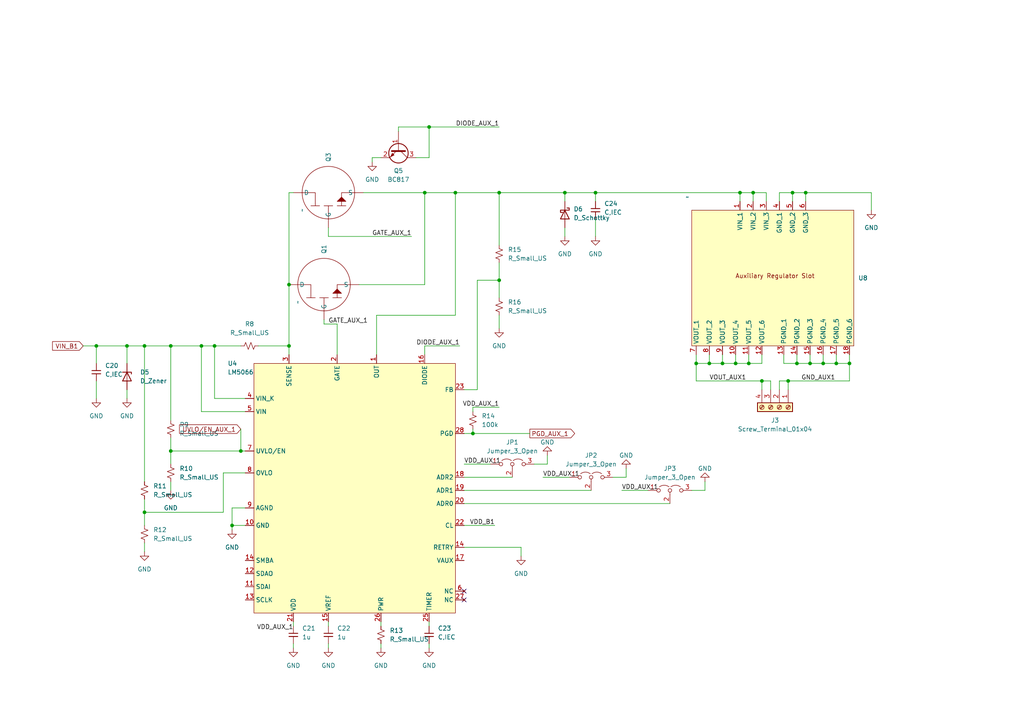
<source format=kicad_sch>
(kicad_sch (version 20230121) (generator eeschema)
  (paper "A4")
  (lib_symbols
    (symbol "Connector:Screw_Terminal_01x04" (pin_names (offset 1.016) hide)
      (property "Reference" "J" (at 0 5.08 0))
      (property "Value" "Screw_Terminal_01x04" (at 0 -7.62 0))
      (symbol "Screw_Terminal_01x04_1_1"
        (rectangle (start -1.27 3.81) (end 1.27 -6.35) (stroke (width 0.254)) (fill (type background)))
        (circle (center 0 -5.08) (radius 0.635) (stroke (width 0.1524)))
        (circle (center 0 -2.54) (radius 0.635) (stroke (width 0.1524)))
        (polyline (pts (xy -0.5334 -4.7498) (xy 0.3302 -5.588)) (stroke (width 0.1524)))
        (polyline (pts (xy -0.5334 -2.2098) (xy 0.3302 -3.048)) (stroke (width 0.1524)))
        (polyline (pts (xy -0.5334 0.3302) (xy 0.3302 -0.508)) (stroke (width 0.1524)))
        (polyline (pts (xy -0.5334 2.8702) (xy 0.3302 2.032)) (stroke (width 0.1524)))
        (polyline (pts (xy -0.3556 -4.572) (xy 0.508 -5.4102)) (stroke (width 0.1524)))
        (polyline (pts (xy -0.3556 -2.032) (xy 0.508 -2.8702)) (stroke (width 0.1524)))
        (polyline (pts (xy -0.3556 0.508) (xy 0.508 -0.3302)) (stroke (width 0.1524)))
        (polyline (pts (xy -0.3556 3.048) (xy 0.508 2.2098)) (stroke (width 0.1524)))
        (circle (center 0 0) (radius 0.635) (stroke (width 0.1524)))
        (circle (center 0 2.54) (radius 0.635) (stroke (width 0.1524)))
        (pin passive line (at -5.08 2.54 0) (length 3.81) (name "Pin_1") (number "1"))
        (pin passive line (at -5.08 0 0) (length 3.81) (name "Pin_2") (number "2"))
        (pin passive line (at -5.08 -2.54 0) (length 3.81) (name "Pin_3") (number "3"))
        (pin passive line (at -5.08 -5.08 0) (length 3.81) (name "Pin_4") (number "4"))
      )
    )
    (symbol "Device:D_Schottky" (pin_numbers hide) (pin_names (offset 1.016) hide)
      (property "Reference" "D" (at 0 2.54 0))
      (property "Value" "D_Schottky" (at 0 -2.54 0))
      (symbol "D_Schottky_0_1"
        (polyline (pts (xy 1.27 0) (xy -1.27 0)))
        (polyline (pts (xy 1.27 1.27) (xy 1.27 -1.27) (xy -1.27 0) (xy 1.27 1.27)) (stroke (width 0.254)))
        (polyline (pts (xy -1.905 0.635) (xy -1.905 1.27) (xy -1.27 1.27) (xy -1.27 -1.27) (xy -0.635 -1.27) (xy -0.635 -0.635)) (stroke (width 0.254)))
      )
      (symbol "D_Schottky_1_1"
        (pin passive line (at -3.81 0 0) (length 2.54) (name "K") (number "1"))
        (pin passive line (at 3.81 0 180) (length 2.54) (name "A") (number "2"))
      )
    )
    (symbol "Device:D_Zener" (pin_numbers hide) (pin_names (offset 1.016) hide)
      (property "Reference" "D" (at 0 2.54 0))
      (property "Value" "D_Zener" (at 0 -2.54 0))
      (symbol "D_Zener_0_1"
        (polyline (pts (xy 1.27 0) (xy -1.27 0)))
        (polyline (pts (xy -1.27 -1.27) (xy -1.27 1.27) (xy -0.762 1.27)) (stroke (width 0.254)))
        (polyline (pts (xy 1.27 -1.27) (xy 1.27 1.27) (xy -1.27 0) (xy 1.27 -1.27)) (stroke (width 0.254)))
      )
      (symbol "D_Zener_1_1"
        (pin passive line (at -3.81 0 0) (length 2.54) (name "K") (number "1"))
        (pin passive line (at 3.81 0 180) (length 2.54) (name "A") (number "2"))
      )
    )
    (symbol "Device:R_Small_US" (pin_numbers hide) (pin_names (offset 0.254) hide)
      (property "Reference" "R" (at 0.762 0.508 0))
      (property "Value" "R_Small_US" (at 0.762 -1.016 0))
      (symbol "R_Small_US_1_1"
        (polyline (pts (xy 0 0) (xy 1.016 -0.381) (xy 0 -0.762) (xy -1.016 -1.143) (xy 0 -1.524)))
        (polyline (pts (xy 0 1.524) (xy 1.016 1.143) (xy 0 0.762) (xy -1.016 0.381) (xy 0 0)))
        (pin passive line (at 0 2.54 270) (length 1.016) (name "~") (number "1"))
        (pin passive line (at 0 -2.54 90) (length 1.016) (name "~") (number "2"))
      )
    )
    (symbol "Jumper:Jumper_3_Open" (pin_names (offset 0) hide)
      (property "Reference" "JP" (at -2.54 -2.54 0))
      (property "Value" "Jumper_3_Open" (at 0 2.794 0))
      (symbol "Jumper_3_Open_0_0"
        (circle (center -3.302 0) (radius 0.508))
        (circle (center 0 0) (radius 0.508))
        (circle (center 3.302 0) (radius 0.508))
      )
      (symbol "Jumper_3_Open_0_1"
        (arc (start -0.254 1.016) (mid -1.651 1.4992) (end -3.048 1.016))
        (polyline (pts (xy 0 -0.508) (xy 0 -1.27)))
        (arc (start 3.048 1.016) (mid 1.651 1.4992) (end 0.254 1.016))
      )
      (symbol "Jumper_3_Open_1_1"
        (pin passive line (at -6.35 0 0) (length 2.54) (name "A") (number "1"))
        (pin passive line (at 0 -3.81 90) (length 2.54) (name "C") (number "2"))
        (pin passive line (at 6.35 0 180) (length 2.54) (name "B") (number "3"))
      )
    )
    (symbol "Nexperia:GAN3R2-100CBEAZ"
      (property "Reference" "Q1" (at 16.51 -7.62 0))
      (property "Value" "~" (at 2.54 0 0))
      (symbol "GAN3R2-100CBEAZ_0_1"
        (polyline (pts (xy 3.81 -10.16) (xy 3.81 -12.7)))
        (polyline (pts (xy 3.81 -7.62) (xy 0 -7.62)))
        (polyline (pts (xy 3.81 -6.35) (xy 3.81 -8.89)))
        (polyline (pts (xy 3.81 -2.54) (xy 3.81 -5.08)))
        (polyline (pts (xy 3.81 -11.43) (xy 7.62 -11.43) (xy 7.62 -15.24)))
        (polyline (pts (xy 3.81 -3.81) (xy 7.62 -3.81) (xy 7.62 0)))
        (circle (center 7.62 -7.62) (radius 7.62))
      )
      (symbol "GAN3R2-100CBEAZ_1_1"
        (polyline (pts (xy 6.35 -11.43) (xy 5.08 -10.16) (xy 5.08 -12.7) (xy 6.35 -11.43)) (fill (type outline)))
        (pin power_in line (at 7.62 2.54 270) (length 2.54) (name "D") (number ""))
        (pin input line (at -2.54 -7.62 0) (length 2.54) (name "G") (number ""))
        (pin power_out line (at 7.62 -17.78 90) (length 2.54) (name "S") (number ""))
      )
    )
    (symbol "PCM_Generic-50:C,IEC" (pin_numbers hide) (pin_names (offset 0) hide)
      (property "Reference" "C" (at 1.27 1.27 0))
      (property "Value" "C,IEC" (at 1.27 -1.27 0))
      (property "Indicator" "+" (at -1.27 1.27 0))
      (symbol "C,IEC_1_1"
        (polyline (pts (xy -1.27 -0.4572) (xy 1.27 -0.4572)) (stroke (width 0.254)))
        (polyline (pts (xy -1.27 0.4572) (xy 1.27 0.4572)) (stroke (width 0.254)))
        (pin passive line (at 0 2.54 270) (length 2.0828) (name "+") (number "1"))
        (pin passive line (at 0 -2.54 90) (length 2.0828) (name "-") (number "2"))
      )
    )
    (symbol "TI.Library:LM5066"
      (property "Reference" "U" (at 0 1.27 0))
      (property "Value" "LM5066" (at 3.81 -77.47 0))
      (symbol "LM5066_1_1"
        (rectangle (start 0 -2.54) (end 58.42 -74.93) (fill (type background)))
        (pin power_out line (at 35.56 0 270) (length 2.54) (name "OUT") (number "1"))
        (pin power_in line (at -2.54 -49.53 0) (length 2.54) (name "GND") (number "10"))
        (pin input line (at -2.54 -67.31 0) (length 2.54) (name "SDAI") (number "11"))
        (pin output line (at -2.54 -63.5 0) (length 2.54) (name "SDAO") (number "12"))
        (pin bidirectional line (at -2.54 -71.12 0) (length 2.54) (name "SCLK") (number "13"))
        (pin tri_state line (at 60.96 -55.88 180) (length 2.54) (name "RETRY") (number "14"))
        (pin output line (at -2.54 -59.69 0) (length 2.54) (name "SMBA") (number "14"))
        (pin input line (at 21.59 -77.47 90) (length 2.54) (name "VREF") (number "15"))
        (pin output line (at 49.53 0 270) (length 2.54) (name "DIODE") (number "16"))
        (pin power_in line (at 60.96 -59.69 180) (length 2.54) (name "VAUX") (number "17"))
        (pin tri_state line (at 60.96 -35.56 180) (length 2.54) (name "ADR2") (number "18"))
        (pin tri_state line (at 60.96 -39.37 180) (length 2.54) (name "ADR1") (number "19"))
        (pin output line (at 24.13 0 270) (length 2.54) (name "GATE") (number "2"))
        (pin tri_state line (at 60.96 -43.18 180) (length 2.54) (name "ADR0") (number "20"))
        (pin output line (at 11.43 -77.47 90) (length 2.54) (name "VDD") (number "21"))
        (pin input line (at 60.96 -49.53 180) (length 2.54) (name "CL") (number "22"))
        (pin input line (at 60.96 -10.16 180) (length 2.54) (name "FB") (number "23"))
        (pin unspecified line (at 50.8 -77.47 90) (length 2.54) (name "TIMER") (number "25"))
        (pin input line (at 36.83 -77.47 90) (length 2.54) (name "PWR") (number "26"))
        (pin no_connect line (at 60.96 -71.12 180) (length 2.54) (name "NC") (number "27"))
        (pin output line (at 60.96 -22.86 180) (length 2.54) (name "PGD") (number "28"))
        (pin input line (at 10.16 0 270) (length 2.54) (name "SENSE") (number "3"))
        (pin power_in line (at -2.54 -12.7 0) (length 2.54) (name "VIN_K") (number "4"))
        (pin power_in line (at -2.54 -16.51 0) (length 2.54) (name "VIN") (number "5"))
        (pin no_connect line (at 60.96 -68.58 180) (length 2.54) (name "NC") (number "6"))
        (pin input line (at -2.54 -27.94 0) (length 2.54) (name "UVLO/EN") (number "7"))
        (pin input line (at -2.54 -34.29 0) (length 2.54) (name "OVLO") (number "8"))
        (pin power_in line (at -2.54 -44.45 0) (length 2.54) (name "AGND") (number "9"))
      )
    )
    (symbol "Transistor_BJT:BC817" (pin_names (offset 0) hide)
      (property "Reference" "Q" (at 5.08 1.905 0))
      (property "Value" "BC817" (at 5.08 0 0))
      (symbol "BC817_0_1"
        (polyline (pts (xy 0.635 0.635) (xy 2.54 2.54)))
        (polyline (pts (xy 0.635 -0.635) (xy 2.54 -2.54) (xy 2.54 -2.54)))
        (polyline (pts (xy 0.635 1.905) (xy 0.635 -1.905) (xy 0.635 -1.905)) (stroke (width 0.508)))
        (polyline (pts (xy 1.27 -1.778) (xy 1.778 -1.27) (xy 2.286 -2.286) (xy 1.27 -1.778) (xy 1.27 -1.778)) (fill (type outline)))
        (circle (center 1.27 0) (radius 2.8194) (stroke (width 0.254)))
      )
      (symbol "BC817_1_1"
        (pin input line (at -5.08 0 0) (length 5.715) (name "B") (number "1"))
        (pin passive line (at 2.54 -5.08 90) (length 2.54) (name "E") (number "2"))
        (pin passive line (at 2.54 5.08 270) (length 2.54) (name "C") (number "3"))
      )
    )
    (symbol "power:GND" (power) (pin_names (offset 0))
      (property "Value" "GND" (at 0 -3.81 0))
      (symbol "GND_0_1"
        (polyline (pts (xy 0 0) (xy 0 -1.27) (xy 1.27 -1.27) (xy 0 -2.54) (xy -1.27 -1.27) (xy 0 -1.27)))
      )
      (symbol "GND_1_1"
        (pin power_in line (at 0 0 270) (length 0) hide (name "GND") (number "1"))
      )
    )
    (symbol "regulator_slot:6_IN_12_OUT"
      (property "Reference" "U" (at 0 0 0))
      (symbol "6_IN_12_OUT_1_1"
        (rectangle (start 1.27 -3.81) (end 48.26 -43.18) (fill (type background)))
        (text "Auxiliary Regulator Slot" (at 25.4 -22.86 0) (effects (font (size 1.27 1.27))))
        (pin power_in line (at 15.24 -1.27 270) (length 2.54) (name "VIN_1") (number "1"))
        (pin power_out line (at 13.97 -45.72 90) (length 2.54) (name "VOUT_4") (number "10"))
        (pin power_out line (at 17.78 -45.72 90) (length 2.54) (name "VOUT_5") (number "11"))
        (pin power_out line (at 21.59 -45.72 90) (length 2.54) (name "VOUT_6") (number "12"))
        (pin power_out line (at 27.94 -45.72 90) (length 2.54) (name "PGND_1") (number "13"))
        (pin power_out line (at 31.75 -45.72 90) (length 2.54) (name "PGND_2") (number "14"))
        (pin power_out line (at 35.56 -45.72 90) (length 2.54) (name "PGND_3") (number "15"))
        (pin power_out line (at 39.37 -45.72 90) (length 2.54) (name "PGND_4") (number "16"))
        (pin power_out line (at 43.18 -45.72 90) (length 2.54) (name "PGND_5") (number "17"))
        (pin power_out line (at 46.99 -45.72 90) (length 2.54) (name "PGND_6") (number "18"))
        (pin power_in line (at 19.05 -1.27 270) (length 2.54) (name "VIN_2") (number "2"))
        (pin power_in line (at 22.86 -1.27 270) (length 2.54) (name "VIN_3") (number "3"))
        (pin power_in line (at 26.67 -1.27 270) (length 2.54) (name "GND_1") (number "4"))
        (pin power_in line (at 30.48 -1.27 270) (length 2.54) (name "GND_2") (number "5"))
        (pin power_in line (at 34.29 -1.27 270) (length 2.54) (name "GND_3") (number "6"))
        (pin power_out line (at 2.54 -45.72 90) (length 2.54) (name "VOUT_1") (number "7"))
        (pin power_out line (at 6.35 -45.72 90) (length 2.54) (name "VOUT_2") (number "8"))
        (pin power_out line (at 10.16 -45.72 90) (length 2.54) (name "VOUT_3") (number "9"))
      )
    )
  )
  (junction (at 228.6 110.49))
  (junction (at 62.23 100.33))
  (junction (at 41.91 148.59))
  (junction (at 132.08 55.88))
  (junction (at 234.95 105.41))
  (junction (at 205.74 105.41))
  (junction (at 172.72 55.88))
  (junction (at 36.83 100.33))
  (junction (at 163.83 55.88))
  (junction (at 217.17 105.41))
  (junction (at 67.31 152.4))
  (junction (at 201.93 105.41))
  (junction (at 229.87 55.88))
  (junction (at 209.55 105.41))
  (junction (at 144.78 81.28))
  (junction (at 242.57 105.41))
  (junction (at 83.82 100.33))
  (junction (at 231.14 105.41))
  (junction (at 213.36 105.41))
  (junction (at 41.91 100.33))
  (junction (at 58.42 100.33))
  (junction (at 69.85 130.81))
  (junction (at 137.16 125.73))
  (junction (at 220.98 110.49))
  (junction (at 214.63 55.88))
  (junction (at 49.53 100.33))
  (junction (at 233.68 55.88))
  (junction (at 83.82 82.55))
  (junction (at 238.76 105.41))
  (junction (at 246.38 105.41))
  (junction (at 27.94 100.33))
  (junction (at 49.53 130.81))
  (junction (at 218.44 55.88))
  (junction (at 144.78 55.88))
  (junction (at 124.46 36.83))
  (junction (at 123.19 55.88))
  (no_connect (at 134.62 171.45))
  (no_connect (at 134.62 173.99))
  (wire (pts (xy 134.62 134.62) (xy 142.24 134.62)))
  (wire (pts (xy 138.43 113.03) (xy 138.43 81.28)))
  (wire (pts (xy 238.76 105.41) (xy 242.57 105.41)))
  (wire (pts (xy 132.08 91.44) (xy 132.08 55.88)))
  (wire (pts (xy 49.53 130.81) (xy 69.85 130.81)))
  (wire (pts (xy 132.08 55.88) (xy 144.78 55.88)))
  (wire (pts (xy 134.62 146.05) (xy 194.31 146.05)))
  (wire (pts (xy 69.85 100.33) (xy 62.23 100.33)))
  (wire (pts (xy 115.57 38.1) (xy 115.57 36.83)))
  (wire (pts (xy 200.66 142.24) (xy 204.47 142.24)))
  (wire (pts (xy 229.87 55.88) (xy 233.68 55.88)))
  (wire (pts (xy 134.62 158.75) (xy 151.13 158.75)))
  (wire (pts (xy 233.68 55.88) (xy 233.68 58.42)))
  (wire (pts (xy 93.98 93.98) (xy 97.79 93.98)))
  (wire (pts (xy 217.17 105.41) (xy 213.36 105.41)))
  (wire (pts (xy 110.49 180.34) (xy 110.49 181.61)))
  (wire (pts (xy 62.23 100.33) (xy 62.23 115.57)))
  (wire (pts (xy 123.19 55.88) (xy 132.08 55.88)))
  (wire (pts (xy 144.78 81.28) (xy 144.78 86.36)))
  (wire (pts (xy 201.93 110.49) (xy 220.98 110.49)))
  (wire (pts (xy 214.63 55.88) (xy 214.63 58.42)))
  (wire (pts (xy 36.83 100.33) (xy 36.83 105.41)))
  (wire (pts (xy 74.93 100.33) (xy 83.82 100.33)))
  (wire (pts (xy 105.41 55.88) (xy 123.19 55.88)))
  (wire (pts (xy 144.78 55.88) (xy 144.78 71.12)))
  (wire (pts (xy 49.53 130.81) (xy 49.53 134.62)))
  (wire (pts (xy 124.46 45.72) (xy 124.46 36.83)))
  (wire (pts (xy 227.33 105.41) (xy 231.14 105.41)))
  (wire (pts (xy 233.68 55.88) (xy 252.73 55.88)))
  (wire (pts (xy 205.74 102.87) (xy 205.74 105.41)))
  (wire (pts (xy 41.91 157.48) (xy 41.91 160.02)))
  (wire (pts (xy 246.38 105.41) (xy 246.38 110.49)))
  (wire (pts (xy 252.73 55.88) (xy 252.73 60.96)))
  (wire (pts (xy 67.31 147.32) (xy 67.31 152.4)))
  (wire (pts (xy 124.46 186.69) (xy 124.46 187.96)))
  (wire (pts (xy 144.78 76.2) (xy 144.78 81.28)))
  (wire (pts (xy 163.83 55.88) (xy 172.72 55.88)))
  (wire (pts (xy 246.38 105.41) (xy 246.38 102.87)))
  (wire (pts (xy 217.17 102.87) (xy 217.17 105.41)))
  (wire (pts (xy 226.06 58.42) (xy 226.06 55.88)))
  (wire (pts (xy 229.87 55.88) (xy 229.87 58.42)))
  (wire (pts (xy 158.75 132.08) (xy 158.75 134.62)))
  (wire (pts (xy 201.93 105.41) (xy 201.93 102.87)))
  (wire (pts (xy 107.95 45.72) (xy 107.95 46.99)))
  (wire (pts (xy 177.8 138.43) (xy 181.61 138.43)))
  (wire (pts (xy 226.06 110.49) (xy 228.6 110.49)))
  (wire (pts (xy 41.91 148.59) (xy 41.91 152.4)))
  (wire (pts (xy 214.63 55.88) (xy 218.44 55.88)))
  (wire (pts (xy 36.83 100.33) (xy 41.91 100.33)))
  (wire (pts (xy 115.57 36.83) (xy 124.46 36.83)))
  (wire (pts (xy 49.53 139.7) (xy 49.53 142.24)))
  (wire (pts (xy 124.46 36.83) (xy 144.78 36.83)))
  (wire (pts (xy 181.61 135.89) (xy 181.61 138.43)))
  (wire (pts (xy 134.62 152.4) (xy 143.51 152.4)))
  (wire (pts (xy 157.48 138.43) (xy 165.1 138.43)))
  (wire (pts (xy 123.19 100.33) (xy 133.35 100.33)))
  (wire (pts (xy 123.19 55.88) (xy 123.19 82.55)))
  (wire (pts (xy 120.65 45.72) (xy 124.46 45.72)))
  (wire (pts (xy 49.53 100.33) (xy 49.53 121.92)))
  (wire (pts (xy 144.78 91.44) (xy 144.78 95.25)))
  (wire (pts (xy 228.6 110.49) (xy 246.38 110.49)))
  (wire (pts (xy 220.98 110.49) (xy 220.98 113.03)))
  (wire (pts (xy 95.25 68.58) (xy 119.38 68.58)))
  (wire (pts (xy 172.72 55.88) (xy 172.72 58.42)))
  (wire (pts (xy 226.06 55.88) (xy 229.87 55.88)))
  (wire (pts (xy 64.77 148.59) (xy 41.91 148.59)))
  (wire (pts (xy 27.94 100.33) (xy 27.94 105.41)))
  (wire (pts (xy 134.62 113.03) (xy 138.43 113.03)))
  (wire (pts (xy 234.95 102.87) (xy 234.95 105.41)))
  (wire (pts (xy 134.62 125.73) (xy 137.16 125.73)))
  (wire (pts (xy 27.94 110.49) (xy 27.94 115.57)))
  (wire (pts (xy 218.44 55.88) (xy 222.25 55.88)))
  (wire (pts (xy 67.31 152.4) (xy 67.31 153.67)))
  (wire (pts (xy 64.77 137.16) (xy 64.77 148.59)))
  (wire (pts (xy 41.91 100.33) (xy 41.91 139.7)))
  (wire (pts (xy 95.25 186.69) (xy 95.25 187.96)))
  (wire (pts (xy 83.82 102.87) (xy 83.82 100.33)))
  (wire (pts (xy 137.16 118.11) (xy 137.16 119.38)))
  (wire (pts (xy 71.12 119.38) (xy 58.42 119.38)))
  (wire (pts (xy 124.46 180.34) (xy 124.46 181.61)))
  (wire (pts (xy 222.25 55.88) (xy 222.25 58.42)))
  (wire (pts (xy 137.16 125.73) (xy 153.67 125.73)))
  (wire (pts (xy 228.6 110.49) (xy 228.6 113.03)))
  (wire (pts (xy 109.22 91.44) (xy 132.08 91.44)))
  (wire (pts (xy 242.57 105.41) (xy 246.38 105.41)))
  (wire (pts (xy 69.85 130.81) (xy 71.12 130.81)))
  (wire (pts (xy 220.98 105.41) (xy 217.17 105.41)))
  (wire (pts (xy 83.82 82.55) (xy 83.82 100.33)))
  (wire (pts (xy 213.36 102.87) (xy 213.36 105.41)))
  (wire (pts (xy 58.42 100.33) (xy 62.23 100.33)))
  (wire (pts (xy 85.09 186.69) (xy 85.09 187.96)))
  (wire (pts (xy 209.55 102.87) (xy 209.55 105.41)))
  (wire (pts (xy 180.34 142.24) (xy 187.96 142.24)))
  (wire (pts (xy 62.23 115.57) (xy 71.12 115.57)))
  (wire (pts (xy 172.72 55.88) (xy 214.63 55.88)))
  (wire (pts (xy 234.95 105.41) (xy 238.76 105.41)))
  (wire (pts (xy 85.09 180.34) (xy 85.09 181.61)))
  (wire (pts (xy 138.43 81.28) (xy 144.78 81.28)))
  (wire (pts (xy 205.74 105.41) (xy 201.93 105.41)))
  (wire (pts (xy 154.94 134.62) (xy 158.75 134.62)))
  (wire (pts (xy 231.14 105.41) (xy 234.95 105.41)))
  (wire (pts (xy 213.36 105.41) (xy 209.55 105.41)))
  (wire (pts (xy 163.83 66.04) (xy 163.83 68.58)))
  (wire (pts (xy 110.49 186.69) (xy 110.49 187.96)))
  (wire (pts (xy 137.16 118.11) (xy 144.78 118.11)))
  (wire (pts (xy 64.77 137.16) (xy 71.12 137.16)))
  (wire (pts (xy 227.33 102.87) (xy 227.33 105.41)))
  (wire (pts (xy 137.16 125.73) (xy 137.16 124.46)))
  (wire (pts (xy 97.79 93.98) (xy 97.79 102.87)))
  (wire (pts (xy 144.78 55.88) (xy 163.83 55.88)))
  (wire (pts (xy 41.91 100.33) (xy 49.53 100.33)))
  (wire (pts (xy 83.82 55.88) (xy 83.82 82.55)))
  (wire (pts (xy 223.52 110.49) (xy 220.98 110.49)))
  (wire (pts (xy 231.14 102.87) (xy 231.14 105.41)))
  (wire (pts (xy 242.57 102.87) (xy 242.57 105.41)))
  (wire (pts (xy 85.09 55.88) (xy 83.82 55.88)))
  (wire (pts (xy 27.94 100.33) (xy 36.83 100.33)))
  (wire (pts (xy 41.91 144.78) (xy 41.91 148.59)))
  (wire (pts (xy 123.19 102.87) (xy 123.19 100.33)))
  (wire (pts (xy 172.72 63.5) (xy 172.72 68.58)))
  (wire (pts (xy 36.83 113.03) (xy 36.83 115.57)))
  (wire (pts (xy 110.49 45.72) (xy 107.95 45.72)))
  (wire (pts (xy 223.52 113.03) (xy 223.52 110.49)))
  (wire (pts (xy 69.85 124.46) (xy 69.85 130.81)))
  (wire (pts (xy 218.44 55.88) (xy 218.44 58.42)))
  (wire (pts (xy 67.31 147.32) (xy 71.12 147.32)))
  (wire (pts (xy 71.12 152.4) (xy 67.31 152.4)))
  (wire (pts (xy 226.06 113.03) (xy 226.06 110.49)))
  (wire (pts (xy 58.42 100.33) (xy 58.42 119.38)))
  (wire (pts (xy 24.13 100.33) (xy 27.94 100.33)))
  (wire (pts (xy 109.22 102.87) (xy 109.22 91.44)))
  (wire (pts (xy 204.47 139.7) (xy 204.47 142.24)))
  (wire (pts (xy 49.53 127) (xy 49.53 130.81)))
  (wire (pts (xy 151.13 158.75) (xy 151.13 161.29)))
  (wire (pts (xy 209.55 105.41) (xy 205.74 105.41)))
  (wire (pts (xy 134.62 142.24) (xy 171.45 142.24)))
  (wire (pts (xy 134.62 138.43) (xy 148.59 138.43)))
  (wire (pts (xy 49.53 100.33) (xy 58.42 100.33)))
  (wire (pts (xy 93.98 92.71) (xy 93.98 93.98)))
  (wire (pts (xy 201.93 105.41) (xy 201.93 110.49)))
  (wire (pts (xy 95.25 66.04) (xy 95.25 68.58)))
  (wire (pts (xy 238.76 102.87) (xy 238.76 105.41)))
  (wire (pts (xy 163.83 55.88) (xy 163.83 58.42)))
  (wire (pts (xy 104.14 82.55) (xy 123.19 82.55)))
  (wire (pts (xy 95.25 180.34) (xy 95.25 181.61)))
  (wire (pts (xy 220.98 102.87) (xy 220.98 105.41)))
  (label "VDD_B1" (at 143.51 152.4 180))
  (label "GATE_AUX_1" (at 119.38 68.58 180))
  (label "VDD_AUX_1" (at 157.48 138.43 0))
  (label "VDD_AUX_1" (at 134.62 134.62 0))
  (label "DIODE_AUX_1" (at 144.78 36.83 180))
  (label "VDD_AUX_1" (at 180.34 142.24 0))
  (label "VDD_AUX_1" (at 85.09 182.88 180))
  (label "DIODE_AUX_1" (at 133.35 100.33 180))
  (label "VDD_AUX_1" (at 144.78 118.11 180))
  (label "VOUT_AUX1" (at 205.74 110.49 0))
  (label "GND_AUX1" (at 232.41 110.49 0))
  (label "GATE_AUX_1" (at 95.25 93.98 0))
  (global_label "PGD_AUX_1" (shape output) (at 153.67 125.73 0) (property "Intersheetrefs" "${INTERSHEET_REFS}" (effects hide)))
  (global_label "UVLO{slash}EN_AUX_1" (shape input) (at 69.85 124.46 180) (property "Intersheetrefs" "${INTERSHEET_REFS}" (effects hide)))
  (global_label "VIN_B1" (shape input) (at 24.13 100.33 180) (property "Intersheetrefs" "${INTERSHEET_REFS}" (effects hide)))
  (symbol (lib_id "power:GND") (at 124.46 187.96 0) (unit 1)
    (property "Reference" "#PWR036" (effects hide))
    (property "Value" "GND" (at 124.46 193.04 0))
    (instances (project "2023-24_Power_Supply" (path "" (reference "#PWR036") (unit 1)) (path "" (reference "#PWR088") (unit 1))))
  )
  (symbol (lib_id "PCM_Generic-50:C,IEC") (at 85.09 184.15 0) (unit 1)
    (property "Reference" "C21" (at 87.63 182.245 0) (effects (justify left)))
    (property "Value" "1u" (at 87.63 184.785 0) (effects (justify left)))
    (property "Indicator" "+" (effects hide))
    (instances (project "2023-24_Power_Supply" (path "" (reference "C21") (unit 1)) (path "" (reference "C36") (unit 1))))
  )
  (symbol (lib_id "Device:R_Small_US") (at 41.91 154.94 180) (unit 1)
    (property "Reference" "R12" (at 44.45 153.67 0) (effects (justify right)))
    (property "Value" "R_Small_US" (at 44.45 156.21 0) (effects (justify right)))
    (instances (project "2023-24_Power_Supply" (path "" (reference "R12") (unit 1)) (path "" (reference "R36") (unit 1))))
  )
  (symbol (lib_id "PCM_Generic-50:C,IEC") (at 27.94 107.95 0) (unit 1)
    (property "Reference" "C20" (at 30.48 106.045 0) (effects (justify left)))
    (property "Value" "C,IEC" (at 30.48 108.585 0) (effects (justify left)))
    (property "Indicator" "+" (effects hide))
    (instances (project "2023-24_Power_Supply" (path "" (reference "C20") (unit 1)) (path "" (reference "C35") (unit 1))))
  )
  (symbol (lib_id "PCM_Generic-50:C,IEC") (at 124.46 184.15 0) (unit 1)
    (property "Reference" "C23" (at 127 182.245 0) (effects (justify left)))
    (property "Value" "C,IEC" (at 127 184.785 0) (effects (justify left)))
    (property "Indicator" "+" (effects hide))
    (instances (project "2023-24_Power_Supply" (path "" (reference "C23") (unit 1)) (path "" (reference "C38") (unit 1))))
  )
  (symbol (lib_id "TI.Library:LM5066") (at 73.66 102.87 0) (unit 1)
    (property "Reference" "U4" (at 66.04 105.41 0) (effects (justify left)))
    (property "Value" "LM5066" (at 66.04 107.95 0) (effects (justify left)))
    (property "Footprint" "TI:HTSSOP-28" (effects hide))
    (property "Datasheet" "https://www.ti.com/general/docs/suppproductinfo.tsp?distId=26&gotoUrl=https://www.ti.com/lit/gpn/lm5066i" (effects hide))
    (instances (project "2023-24_Power_Supply" (path "" (reference "U4") (unit 1)) (path "" (reference "U7") (unit 1))))
  )
  (symbol (lib_id "power:GND") (at 36.83 115.57 0) (unit 1)
    (property "Reference" "#PWR031" (effects hide))
    (property "Value" "GND" (at 36.83 120.65 0))
    (instances (project "2023-24_Power_Supply" (path "" (reference "#PWR031") (unit 1)) (path "" (reference "#PWR081") (unit 1))))
  )
  (symbol (lib_id "power:GND") (at 163.83 68.58 0) (unit 1)
    (property "Reference" "#PWR039" (effects hide))
    (property "Value" "GND" (at 163.83 73.66 0))
    (instances (project "2023-24_Power_Supply" (path "" (reference "#PWR039") (unit 1)) (path "" (reference "#PWR093") (unit 1))))
  )
  (symbol (lib_id "Device:R_Small_US") (at 144.78 88.9 0) (unit 1)
    (property "Reference" "R16" (at 147.32 87.63 0) (effects (justify left)))
    (property "Value" "R_Small_US" (at 147.32 90.17 0) (effects (justify left)))
    (instances (project "2023-24_Power_Supply" (path "" (reference "R16") (unit 1)) (path "" (reference "R43") (unit 1))))
  )
  (symbol (lib_id "Jumper:Jumper_3_Open") (at 148.59 134.62 0) (unit 1)
    (property "Reference" "JP1" (at 148.59 128.27 0))
    (property "Value" "Jumper_3_Open" (at 148.59 130.81 0))
    (instances (project "2023-24_Power_Supply" (path "" (reference "JP1") (unit 1)) (path "" (reference "JP10") (unit 1))))
  )
  (symbol (lib_id "regulator_slot:6_IN_12_OUT") (at 199.39 57.15 0) (unit 1)
    (property "Reference" "U8" (at 248.92 80.645 0) (effects (justify left)))
    (property "Value" "~" (at 199.39 57.15 0))
    (property "Footprint" "Regulator_Slot:50x50_slot" (effects hide))
  )
  (symbol (lib_id "Device:D_Zener") (at 36.83 109.22 270) (unit 1)
    (property "Reference" "D5" (at 40.64 107.95 90) (effects (justify left)))
    (property "Value" "D_Zener" (at 40.64 110.49 90) (effects (justify left)))
    (instances (project "2023-24_Power_Supply" (path "" (reference "D5") (unit 1)) (path "" (reference "D11") (unit 1))))
  )
  (symbol (lib_id "power:GND") (at 204.47 139.7 180) (unit 1)
    (property "Reference" "#PWR044" (effects hide))
    (property "Value" "GND" (at 204.47 135.89 0))
    (instances (project "2023-24_Power_Supply" (path "" (reference "#PWR044") (unit 1)) (path "" (reference "#PWR096") (unit 1))))
  )
  (symbol (lib_id "power:GND") (at 85.09 187.96 0) (unit 1)
    (property "Reference" "#PWR034" (effects hide))
    (property "Value" "GND" (at 85.09 193.04 0))
    (instances (project "2023-24_Power_Supply" (path "" (reference "#PWR034") (unit 1)) (path "" (reference "#PWR085") (unit 1))))
  )
  (symbol (lib_id "power:GND") (at 172.72 68.58 0) (unit 1)
    (property "Reference" "#PWR040" (effects hide))
    (property "Value" "GND" (at 172.72 73.66 0))
    (instances (project "2023-24_Power_Supply" (path "" (reference "#PWR040") (unit 1)) (path "" (reference "#PWR094") (unit 1))))
  )
  (symbol (lib_id "Device:R_Small_US") (at 49.53 124.46 0) (unit 1)
    (property "Reference" "R9" (at 52.07 123.19 0) (effects (justify left)))
    (property "Value" "R_Small_US" (at 52.07 125.73 0) (effects (justify left)))
    (instances (project "2023-24_Power_Supply" (path "" (reference "R9") (unit 1)) (path "" (reference "R37") (unit 1))))
  )
  (symbol (lib_id "Jumper:Jumper_3_Open") (at 171.45 138.43 0) (unit 1)
    (property "Reference" "JP2" (at 171.45 132.08 0))
    (property "Value" "Jumper_3_Open" (at 171.45 134.62 0))
    (instances (project "2023-24_Power_Supply" (path "" (reference "JP2") (unit 1)) (path "" (reference "JP11") (unit 1))))
  )
  (symbol (lib_id "power:GND") (at 110.49 187.96 0) (unit 1)
    (property "Reference" "#PWR037" (effects hide))
    (property "Value" "GND" (at 110.49 193.04 0))
    (instances (project "2023-24_Power_Supply" (path "" (reference "#PWR037") (unit 1)) (path "" (reference "#PWR087") (unit 1))))
  )
  (symbol (lib_id "power:GND") (at 95.25 187.96 0) (unit 1)
    (property "Reference" "#PWR035" (effects hide))
    (property "Value" "GND" (at 95.25 193.04 0))
    (instances (project "2023-24_Power_Supply" (path "" (reference "#PWR035") (unit 1)) (path "" (reference "#PWR086") (unit 1))))
  )
  (symbol (lib_id "power:GND") (at 252.73 60.96 0) (unit 1)
    (property "Reference" "#PWR040" (effects hide))
    (property "Value" "GND" (at 252.73 66.04 0))
    (instances (project "2023-24_Power_Supply" (path "" (reference "#PWR040") (unit 1)) (path "" (reference "#PWR097") (unit 1))))
  )
  (symbol (lib_id "PCM_Generic-50:C,IEC") (at 172.72 60.96 0) (unit 1)
    (property "Reference" "C24" (at 175.26 59.055 0) (effects (justify left)))
    (property "Value" "C,IEC" (at 175.26 61.595 0) (effects (justify left)))
    (property "Indicator" "+" (effects hide))
    (instances (project "2023-24_Power_Supply" (path "" (reference "C24") (unit 1)) (path "" (reference "C39") (unit 1))))
  )
  (symbol (lib_id "power:GND") (at 144.78 95.25 0) (unit 1)
    (property "Reference" "#PWR045" (effects hide))
    (property "Value" "GND" (at 144.78 100.33 0))
    (instances (project "2023-24_Power_Supply" (path "" (reference "#PWR045") (unit 1)) (path "" (reference "#PWR090") (unit 1))))
  )
  (symbol (lib_id "Transistor_BJT:BC817") (at 115.57 43.18 270) (unit 1)
    (property "Reference" "Q5" (at 115.57 49.53 90))
    (property "Value" "BC817" (at 115.57 52.07 90))
    (property "Footprint" "Package_TO_SOT_SMD:SOT-23" (effects hide))
    (property "Datasheet" "https://www.onsemi.com/pub/Collateral/BC818-D.pdf" (effects hide))
    (instances (project "2023-24_Power_Supply" (path "" (reference "Q5") (unit 1)) (path "" (reference "Q20") (unit 1))))
  )
  (symbol (lib_id "power:GND") (at 49.53 142.24 0) (unit 1)
    (property "Reference" "#PWR029" (effects hide))
    (property "Value" "GND" (at 49.53 147.32 0))
    (instances (project "2023-24_Power_Supply" (path "" (reference "#PWR029") (unit 1)) (path "" (reference "#PWR083") (unit 1))))
  )
  (symbol (lib_id "power:GND") (at 158.75 132.08 180) (unit 1)
    (property "Reference" "#PWR042" (effects hide))
    (property "Value" "GND" (at 158.75 128.27 0))
    (instances (project "2023-24_Power_Supply" (path "" (reference "#PWR042") (unit 1)) (path "" (reference "#PWR092") (unit 1))))
  )
  (symbol (lib_id "Device:R_Small_US") (at 137.16 121.92 180) (unit 1)
    (property "Reference" "R14" (at 139.7 120.65 0) (effects (justify right)))
    (property "Value" "100k" (at 139.7 123.19 0) (effects (justify right)))
    (instances (project "2023-24_Power_Supply" (path "" (reference "R14") (unit 1)) (path "" (reference "R41") (unit 1))))
  )
  (symbol (lib_id "power:GND") (at 27.94 115.57 0) (unit 1)
    (property "Reference" "#PWR032" (effects hide))
    (property "Value" "GND" (at 27.94 120.65 0))
    (instances (project "2023-24_Power_Supply" (path "" (reference "#PWR032") (unit 1)) (path "" (reference "#PWR080") (unit 1))))
  )
  (symbol (lib_id "Nexperia:GAN3R2-100CBEAZ") (at 86.36 90.17 90) (unit 1)
    (property "Reference" "Q1" (at 93.98 73.66 0) (effects (justify left)))
    (property "Value" "~" (at 86.36 87.63 0))
    (property "Footprint" "Nexperia:WLCSP-8" (effects hide))
    (property "Datasheet" "https://www.mouser.com/datasheet/2/916/GAN3R2_100CBE-3159465.pdf" (effects hide))
    (instances (project "2023-24_Power_Supply" (path "" (reference "Q1") (unit 1)) (path "" (reference "Q17") (unit 1))))
  )
  (symbol (lib_id "power:GND") (at 181.61 135.89 180) (unit 1)
    (property "Reference" "#PWR043" (effects hide))
    (property "Value" "GND" (at 181.61 132.08 0))
    (instances (project "2023-24_Power_Supply" (path "" (reference "#PWR043") (unit 1)) (path "" (reference "#PWR095") (unit 1))))
  )
  (symbol (lib_id "power:GND") (at 67.31 153.67 0) (unit 1)
    (property "Reference" "#PWR033" (effects hide))
    (property "Value" "GND" (at 67.31 158.75 0))
    (instances (project "2023-24_Power_Supply" (path "" (reference "#PWR033") (unit 1)) (path "" (reference "#PWR084") (unit 1))))
  )
  (symbol (lib_id "Nexperia:GAN3R2-100CBEAZ") (at 87.63 63.5 90) (unit 1)
    (property "Reference" "Q3" (at 95.25 46.99 0) (effects (justify left)))
    (property "Value" "~" (at 87.63 60.96 0))
    (property "Footprint" "Nexperia:WLCSP-8" (effects hide))
    (property "Datasheet" "https://www.mouser.com/datasheet/2/916/GAN3R2_100CBE-3159465.pdf" (effects hide))
    (instances (project "2023-24_Power_Supply" (path "" (reference "Q3") (unit 1)) (path "" (reference "Q16") (unit 1))))
  )
  (symbol (lib_id "power:GND") (at 41.91 160.02 0) (unit 1)
    (property "Reference" "#PWR030" (effects hide))
    (property "Value" "GND" (at 41.91 165.1 0))
    (instances (project "2023-24_Power_Supply" (path "" (reference "#PWR030") (unit 1)) (path "" (reference "#PWR082") (unit 1))))
  )
  (symbol (lib_id "Device:D_Schottky") (at 163.83 62.23 270) (unit 1)
    (property "Reference" "D6" (at 166.37 60.6425 90) (effects (justify left)))
    (property "Value" "D_Schottky" (at 166.37 63.1825 90) (effects (justify left)))
    (instances (project "2023-24_Power_Supply" (path "" (reference "D6") (unit 1)) (path "" (reference "D12") (unit 1))))
  )
  (symbol (lib_id "Jumper:Jumper_3_Open") (at 194.31 142.24 0) (unit 1)
    (property "Reference" "JP3" (at 194.31 135.89 0))
    (property "Value" "Jumper_3_Open" (at 194.31 138.43 0))
    (instances (project "2023-24_Power_Supply" (path "" (reference "JP3") (unit 1)) (path "" (reference "JP12") (unit 1))))
  )
  (symbol (lib_id "Device:R_Small_US") (at 72.39 100.33 90) (unit 1)
    (property "Reference" "R8" (at 72.39 93.98 90))
    (property "Value" "R_Small_US" (at 72.39 96.52 90))
    (instances (project "2023-24_Power_Supply" (path "" (reference "R8") (unit 1)) (path "" (reference "R39") (unit 1))))
  )
  (symbol (lib_id "power:GND") (at 151.13 161.29 0) (unit 1)
    (property "Reference" "#PWR038" (effects hide))
    (property "Value" "GND" (at 151.13 166.37 0))
    (instances (project "2023-24_Power_Supply" (path "" (reference "#PWR038") (unit 1)) (path "" (reference "#PWR091") (unit 1))))
  )
  (symbol (lib_id "Device:R_Small_US") (at 144.78 73.66 0) (unit 1)
    (property "Reference" "R15" (at 147.32 72.39 0) (effects (justify left)))
    (property "Value" "R_Small_US" (at 147.32 74.93 0) (effects (justify left)))
    (instances (project "2023-24_Power_Supply" (path "" (reference "R15") (unit 1)) (path "" (reference "R42") (unit 1))))
  )
  (symbol (lib_id "Device:R_Small_US") (at 49.53 137.16 180) (unit 1)
    (property "Reference" "R10" (at 52.07 135.89 0) (effects (justify right)))
    (property "Value" "R_Small_US" (at 52.07 138.43 0) (effects (justify right)))
    (instances (project "2023-24_Power_Supply" (path "" (reference "R10") (unit 1)) (path "" (reference "R38") (unit 1))))
  )
  (symbol (lib_id "power:GND") (at 107.95 46.99 0) (unit 1)
    (property "Reference" "#PWR041" (effects hide))
    (property "Value" "GND" (at 107.95 52.07 0))
    (instances (project "2023-24_Power_Supply" (path "" (reference "#PWR041") (unit 1)) (path "" (reference "#PWR089") (unit 1))))
  )
  (symbol (lib_id "Connector:Screw_Terminal_01x04") (at 226.06 118.11 270) (unit 1)
    (property "Reference" "J3" (at 224.79 121.92 90))
    (property "Value" "Screw_Terminal_01x04" (at 224.79 124.46 90))
    (property "Footprint" "TerminalBlock:TerminalBlock_bornier-4_P5.08mm" (effects hide))
  )
  (symbol (lib_id "PCM_Generic-50:C,IEC") (at 95.25 184.15 0) (unit 1)
    (property "Reference" "C22" (at 97.79 182.245 0) (effects (justify left)))
    (property "Value" "1u" (at 97.79 184.785 0) (effects (justify left)))
    (property "Indicator" "+" (effects hide))
    (instances (project "2023-24_Power_Supply" (path "" (reference "C22") (unit 1)) (path "" (reference "C37") (unit 1))))
  )
  (symbol (lib_id "Device:R_Small_US") (at 110.49 184.15 180) (unit 1)
    (property "Reference" "R13" (at 113.03 182.88 0) (effects (justify right)))
    (property "Value" "R_Small_US" (at 113.03 185.42 0) (effects (justify right)))
    (instances (project "2023-24_Power_Supply" (path "" (reference "R13") (unit 1)) (path "" (reference "R40") (unit 1))))
  )
  (symbol (lib_id "Device:R_Small_US") (at 41.91 142.24 180) (unit 1)
    (property "Reference" "R11" (at 44.45 140.97 0) (effects (justify right)))
    (property "Value" "R_Small_US" (at 44.45 143.51 0) (effects (justify right)))
    (instances (project "2023-24_Power_Supply" (path "" (reference "R11") (unit 1)) (path "" (reference "R35") (unit 1))))
  )
)
</source>
